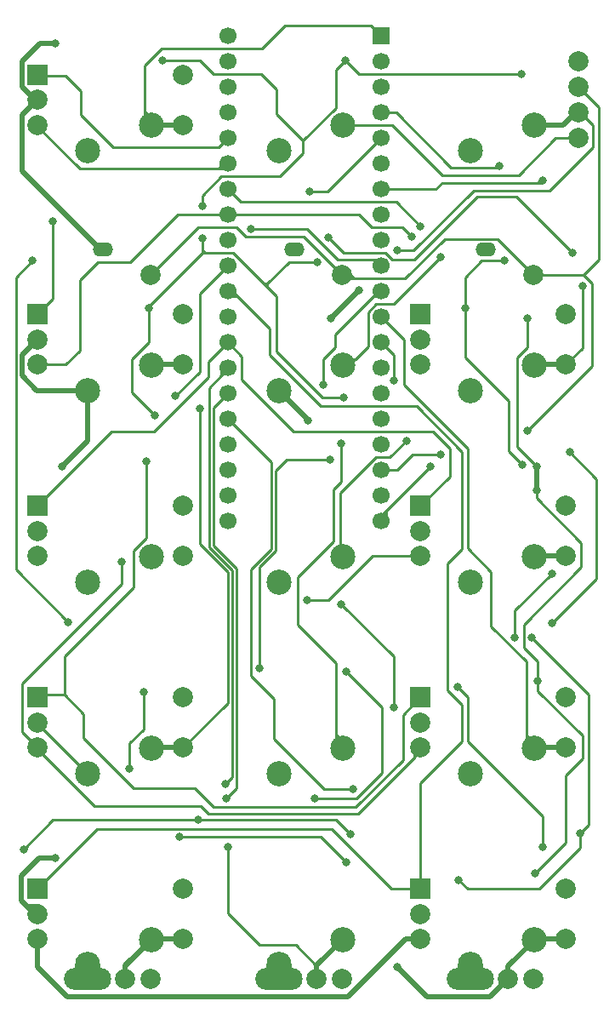
<source format=gbr>
%TF.GenerationSoftware,KiCad,Pcbnew,(6.0.3-11-gdd55ffb75c)*%
%TF.CreationDate,2022-03-17T01:02:22-07:00*%
%TF.ProjectId,keeby cat,6b656562-7920-4636-9174-2e6b69636164,rev?*%
%TF.SameCoordinates,Original*%
%TF.FileFunction,Copper,L1,Top*%
%TF.FilePolarity,Positive*%
%FSLAX46Y46*%
G04 Gerber Fmt 4.6, Leading zero omitted, Abs format (unit mm)*
G04 Created by KiCad (PCBNEW (6.0.3-11-gdd55ffb75c)) date 2022-03-17 01:02:22*
%MOMM*%
%LPD*%
G01*
G04 APERTURE LIST*
%TA.AperFunction,ComponentPad*%
%ADD10R,2.000000X2.000000*%
%TD*%
%TA.AperFunction,ComponentPad*%
%ADD11C,2.000000*%
%TD*%
%TA.AperFunction,ComponentPad*%
%ADD12C,2.500000*%
%TD*%
%TA.AperFunction,ComponentPad*%
%ADD13O,2.500000X3.695000*%
%TD*%
%TA.AperFunction,ComponentPad*%
%ADD14O,4.700000X2.200000*%
%TD*%
%TA.AperFunction,ComponentPad*%
%ADD15O,2.000000X1.400000*%
%TD*%
%TA.AperFunction,ComponentPad*%
%ADD16R,1.700000X1.700000*%
%TD*%
%TA.AperFunction,ComponentPad*%
%ADD17C,1.700000*%
%TD*%
%TA.AperFunction,ViaPad*%
%ADD18C,0.800000*%
%TD*%
%TA.AperFunction,Conductor*%
%ADD19C,0.500000*%
%TD*%
%TA.AperFunction,Conductor*%
%ADD20C,0.250000*%
%TD*%
G04 APERTURE END LIST*
D10*
%TO.P,EN4,A,A*%
%TO.N,ENC3A*%
X65610000Y-106950000D03*
D11*
%TO.P,EN4,B,B*%
%TO.N,ENC3B*%
X65610000Y-111950000D03*
%TO.P,EN4,C,C*%
%TO.N,GND*%
X65610000Y-109450000D03*
%TO.P,EN4,S1,S1*%
%TO.N,KEY5*%
X80110000Y-111950000D03*
%TO.P,EN4,S2,S2*%
%TO.N,GND*%
X80110000Y-106950000D03*
%TD*%
D10*
%TO.P,EN3,A,A*%
%TO.N,ENC2A*%
X103710000Y-87900000D03*
D11*
%TO.P,EN3,B,B*%
%TO.N,ENC2B*%
X103710000Y-92900000D03*
%TO.P,EN3,C,C*%
%TO.N,GND*%
X103710000Y-90400000D03*
%TO.P,EN3,S1,S1*%
%TO.N,KEY4*%
X118210000Y-92900000D03*
%TO.P,EN3,S2,S2*%
%TO.N,GND*%
X118210000Y-87900000D03*
%TD*%
D12*
%TO.P,SW4,1,1*%
%TO.N,KEY4*%
X115020000Y-92940000D03*
%TO.P,SW4,2,2*%
%TO.N,GND*%
X108670000Y-95480000D03*
%TD*%
%TO.P,SW13,1,1*%
%TO.N,KEY13-POT3*%
X115020000Y-150090000D03*
D13*
%TO.P,SW13,2,2*%
%TO.N,GND*%
X108670000Y-153188800D03*
D14*
X108670000Y-153975000D03*
%TD*%
D10*
%TO.P,EN7,A,A*%
%TO.N,ENC4A*%
X103710000Y-126000000D03*
D11*
%TO.P,EN7,B,B*%
%TO.N,ENC4B*%
X103710000Y-131000000D03*
%TO.P,EN7,C,C*%
%TO.N,GND*%
X103710000Y-128500000D03*
%TO.P,EN7,S1,S1*%
%TO.N,KEY10*%
X118210000Y-131000000D03*
%TO.P,EN7,S2,S2*%
%TO.N,GND*%
X118210000Y-126000000D03*
%TD*%
D10*
%TO.P,EN6,A,A*%
%TO.N,ENC4A*%
X65610000Y-126000000D03*
D11*
%TO.P,EN6,B,B*%
%TO.N,ENC4B*%
X65610000Y-131000000D03*
%TO.P,EN6,C,C*%
%TO.N,GND*%
X65610000Y-128500000D03*
%TO.P,EN6,S1,S1*%
%TO.N,KEY8*%
X80110000Y-131000000D03*
%TO.P,EN6,S2,S2*%
%TO.N,GND*%
X80110000Y-126000000D03*
%TD*%
D10*
%TO.P,EN8,A,A*%
%TO.N,ENC5A*%
X65610000Y-145050000D03*
D11*
%TO.P,EN8,B,B*%
%TO.N,ENC5B*%
X65610000Y-150050000D03*
%TO.P,EN8,C,C*%
%TO.N,GND*%
X65610000Y-147550000D03*
%TO.P,EN8,S1,S1*%
%TO.N,KEY11-POT1*%
X80110000Y-150050000D03*
%TO.P,EN8,S2,S2*%
%TO.N,GND*%
X80110000Y-145050000D03*
%TD*%
D12*
%TO.P,SW3,1,1*%
%TO.N,KEY3*%
X95970000Y-92940000D03*
%TO.P,SW3,2,2*%
%TO.N,GND*%
X89620000Y-95480000D03*
%TD*%
D10*
%TO.P,EN9,A,A*%
%TO.N,ENC5A*%
X103710000Y-145050000D03*
D11*
%TO.P,EN9,B,B*%
%TO.N,ENC5B*%
X103710000Y-150050000D03*
%TO.P,EN9,C,C*%
%TO.N,GND*%
X103710000Y-147550000D03*
%TO.P,EN9,S1,S1*%
%TO.N,KEY13-POT3*%
X118210000Y-150050000D03*
%TO.P,EN9,S2,S2*%
%TO.N,GND*%
X118210000Y-145050000D03*
%TD*%
D12*
%TO.P,SW14,1,1*%
%TO.N,SDA-SW*%
X95970000Y-69127500D03*
%TO.P,SW14,2,2*%
%TO.N,GND*%
X89620000Y-71667500D03*
%TD*%
D11*
%TO.P,OL1,1,SDA*%
%TO.N,SDA-SW*%
X119465000Y-70397500D03*
%TO.P,OL1,2,SCL*%
%TO.N,SCL-SW*%
X119465000Y-67857500D03*
%TO.P,OL1,3,VCC*%
%TO.N,+3V3*%
X119465000Y-65317500D03*
%TO.P,OL1,4,GND*%
%TO.N,GND*%
X119465000Y-62777500D03*
%TD*%
D12*
%TO.P,SW9,1,1*%
%TO.N,KEY9*%
X95970000Y-131040000D03*
%TO.P,SW9,2,2*%
%TO.N,GND*%
X89620000Y-133580000D03*
%TD*%
D10*
%TO.P,EN1,A,A*%
%TO.N,ENC1A*%
X65610000Y-64087500D03*
D11*
%TO.P,EN1,B,B*%
%TO.N,ENC1B*%
X65610000Y-69087500D03*
%TO.P,EN1,C,C*%
%TO.N,GND*%
X65610000Y-66587500D03*
%TO.P,EN1,S1,S1*%
%TO.N,KEY1*%
X80110000Y-69087500D03*
%TO.P,EN1,S2,S2*%
%TO.N,GND*%
X80110000Y-64087500D03*
%TD*%
D12*
%TO.P,SW11,1,1*%
%TO.N,KEY11-POT1*%
X76920000Y-150090000D03*
D13*
%TO.P,SW11,2,2*%
%TO.N,GND*%
X70570000Y-153188800D03*
D14*
X70570000Y-153975000D03*
%TD*%
D12*
%TO.P,SW15,1,1*%
%TO.N,SCL-SW*%
X115020000Y-69127500D03*
%TO.P,SW15,2,2*%
%TO.N,GND*%
X108670000Y-71667500D03*
%TD*%
D11*
%TO.P,VR3,1B,1B*%
%TO.N,GND*%
X114960000Y-153975000D03*
%TO.P,VR3,2B,2B*%
%TO.N,KEY13-POT3*%
X112460000Y-153975000D03*
D15*
%TO.P,VR3,3,3*%
%TO.N,GND*%
X110260000Y-81475000D03*
D11*
%TO.P,VR3,3B,3B*%
%TO.N,+3V3*%
X114960000Y-83975000D03*
%TD*%
D12*
%TO.P,SW8,1,1*%
%TO.N,KEY8*%
X76920000Y-131040000D03*
%TO.P,SW8,2,2*%
%TO.N,GND*%
X70570000Y-133580000D03*
%TD*%
D10*
%TO.P,EN5,A,A*%
%TO.N,ENC3A*%
X103710000Y-106950000D03*
D11*
%TO.P,EN5,B,B*%
%TO.N,ENC3B*%
X103710000Y-111950000D03*
%TO.P,EN5,C,C*%
%TO.N,GND*%
X103710000Y-109450000D03*
%TO.P,EN5,S1,S1*%
%TO.N,KEY7*%
X118210000Y-111950000D03*
%TO.P,EN5,S2,S2*%
%TO.N,GND*%
X118210000Y-106950000D03*
%TD*%
D12*
%TO.P,SW12,1,1*%
%TO.N,KEY12-POT2*%
X95970000Y-150090000D03*
D14*
%TO.P,SW12,2,2*%
%TO.N,GND*%
X89620000Y-153975000D03*
D13*
X89620000Y-153188800D03*
%TD*%
D11*
%TO.P,VR1,1B,1B*%
%TO.N,GND*%
X76860000Y-153975000D03*
%TO.P,VR1,2B,2B*%
%TO.N,KEY11-POT1*%
X74360000Y-153975000D03*
D15*
%TO.P,VR1,3,3*%
%TO.N,GND*%
X72160000Y-81475000D03*
D11*
%TO.P,VR1,3B,3B*%
%TO.N,+3V3*%
X76860000Y-83975000D03*
%TD*%
D12*
%TO.P,SW7,1,1*%
%TO.N,KEY7*%
X115020000Y-111990000D03*
%TO.P,SW7,2,2*%
%TO.N,GND*%
X108670000Y-114530000D03*
%TD*%
%TO.P,SW6,1,1*%
%TO.N,KEY6*%
X95970000Y-111990000D03*
%TO.P,SW6,2,2*%
%TO.N,GND*%
X89620000Y-114530000D03*
%TD*%
%TO.P,SW10,1,1*%
%TO.N,KEY10*%
X115020000Y-131040000D03*
%TO.P,SW10,2,2*%
%TO.N,GND*%
X108670000Y-133580000D03*
%TD*%
D10*
%TO.P,EN2,A,A*%
%TO.N,ENC2A*%
X65610000Y-87900000D03*
D11*
%TO.P,EN2,B,B*%
%TO.N,ENC2B*%
X65610000Y-92900000D03*
%TO.P,EN2,C,C*%
%TO.N,GND*%
X65610000Y-90400000D03*
%TO.P,EN2,S1,S1*%
%TO.N,KEY2*%
X80110000Y-92900000D03*
%TO.P,EN2,S2,S2*%
%TO.N,GND*%
X80110000Y-87900000D03*
%TD*%
%TO.P,VR2,1B,1B*%
%TO.N,GND*%
X95910000Y-153975000D03*
%TO.P,VR2,2B,2B*%
%TO.N,KEY12-POT2*%
X93410000Y-153975000D03*
D15*
%TO.P,VR2,3,3*%
%TO.N,GND*%
X91210000Y-81475000D03*
D11*
%TO.P,VR2,3B,3B*%
%TO.N,+3V3*%
X95910000Y-83975000D03*
%TD*%
D12*
%TO.P,SW5,1,1*%
%TO.N,KEY5*%
X76920000Y-111990000D03*
%TO.P,SW5,2,2*%
%TO.N,GND*%
X70570000Y-114530000D03*
%TD*%
%TO.P,SW2,1,1*%
%TO.N,KEY2*%
X76920000Y-92940000D03*
%TO.P,SW2,2,2*%
%TO.N,GND*%
X70570000Y-95480000D03*
%TD*%
%TO.P,SW1,1,1*%
%TO.N,KEY1*%
X76920000Y-69127500D03*
%TO.P,SW1,2,2*%
%TO.N,GND*%
X70570000Y-71667500D03*
%TD*%
D16*
%TO.P,U1,1,PB12*%
%TO.N,KEY1*%
X99780000Y-60237500D03*
D17*
%TO.P,U1,2,PB13*%
%TO.N,KEY2*%
X99780000Y-62777500D03*
%TO.P,U1,3,PB14*%
%TO.N,KEY3*%
X99780000Y-65317500D03*
%TO.P,U1,4,PB15*%
%TO.N,KEY4*%
X99780000Y-67857500D03*
%TO.P,U1,5,PA8*%
%TO.N,KEY5*%
X99780000Y-70397500D03*
%TO.P,U1,6,PA9*%
%TO.N,KEY6*%
X99780000Y-72937500D03*
%TO.P,U1,7,PA10*%
%TO.N,KEY7*%
X99780000Y-75477500D03*
%TO.P,U1,8,PA11*%
%TO.N,unconnected-(U1-Pad8)*%
X99780000Y-78017500D03*
%TO.P,U1,9,PA12*%
%TO.N,unconnected-(U1-Pad9)*%
X99780000Y-80557500D03*
%TO.P,U1,10,PA15*%
%TO.N,KEY8*%
X99780000Y-83097500D03*
%TO.P,U1,11,PB3*%
%TO.N,KEY9*%
X99780000Y-85637500D03*
%TO.P,U1,12,PB4*%
%TO.N,KEY10*%
X99780000Y-88177500D03*
%TO.P,U1,13,PB5*%
%TO.N,ENC3B*%
X99780000Y-90717500D03*
%TO.P,U1,14,PB6*%
%TO.N,SCL-SW*%
X99780000Y-93257500D03*
%TO.P,U1,15,PB7*%
%TO.N,SDA-SW*%
X99780000Y-95797500D03*
%TO.P,U1,16,PB8*%
%TO.N,unconnected-(U1-Pad16)*%
X99780000Y-98337500D03*
%TO.P,U1,17,PB9*%
%TO.N,LED_DATA*%
X99780000Y-100877500D03*
%TO.P,U1,18,5V*%
%TO.N,+5V*%
X99780000Y-103417500D03*
%TO.P,U1,19,GND*%
%TO.N,GND*%
X99780000Y-105957500D03*
%TO.P,U1,20,3V3*%
%TO.N,+3V3*%
X99780000Y-108497500D03*
%TO.P,U1,21,VBat*%
%TO.N,unconnected-(U1-Pad21)*%
X84540000Y-108497500D03*
%TO.P,U1,22,PC13*%
%TO.N,unconnected-(U1-Pad22)*%
X84540000Y-105957500D03*
%TO.P,U1,23,PC14*%
%TO.N,unconnected-(U1-Pad23)*%
X84540000Y-103417500D03*
%TO.P,U1,24,PC15*%
%TO.N,unconnected-(U1-Pad24)*%
X84540000Y-100877500D03*
%TO.P,U1,25,PA0*%
%TO.N,KEY13-POT3*%
X84540000Y-98337500D03*
%TO.P,U1,26,PA1*%
%TO.N,KEY12-POT2*%
X84540000Y-95797500D03*
%TO.P,U1,27,PA2*%
%TO.N,KEY11-POT1*%
X84540000Y-93257500D03*
%TO.P,U1,28,PA3*%
%TO.N,ENC3A*%
X84540000Y-90717500D03*
%TO.P,U1,29,PA4*%
%TO.N,ENC5B*%
X84540000Y-88177500D03*
%TO.P,U1,30,PA5*%
%TO.N,ENC5A*%
X84540000Y-85637500D03*
%TO.P,U1,31,PA6*%
%TO.N,ENC4B*%
X84540000Y-83097500D03*
%TO.P,U1,32,PA7*%
%TO.N,ENC4A*%
X84540000Y-80557500D03*
%TO.P,U1,33,PB0*%
%TO.N,ENC2B*%
X84540000Y-78017500D03*
%TO.P,U1,34,PB1*%
%TO.N,ENC2A*%
X84540000Y-75477500D03*
%TO.P,U1,35,PB10*%
%TO.N,ENC1B*%
X84540000Y-72937500D03*
%TO.P,U1,36,PB11*%
%TO.N,ENC1A*%
X84540000Y-70397500D03*
%TO.P,U1,37,RST*%
%TO.N,unconnected-(U1-Pad37)*%
X84540000Y-67857500D03*
%TO.P,U1,38,3V3*%
%TO.N,unconnected-(U1-Pad38)*%
X84540000Y-65317500D03*
%TO.P,U1,39,GND*%
%TO.N,GND*%
X84540000Y-62777500D03*
%TO.P,U1,40,5V_or_GND*%
%TO.N,unconnected-(U1-Pad40)*%
X84540000Y-60237500D03*
%TD*%
D18*
%TO.N,GND*%
X92541000Y-98464500D03*
X67395000Y-142025500D03*
X68030000Y-103036500D03*
X67395000Y-60999500D03*
%TO.N,+5V*%
X94827000Y-88304500D03*
X97621000Y-85510500D03*
X96351000Y-142406500D03*
X115274000Y-105449500D03*
X78063000Y-62650500D03*
X82000000Y-80354300D03*
X93430000Y-82716500D03*
X76666000Y-87288500D03*
X115147000Y-143549500D03*
X115401000Y-124372500D03*
X82000000Y-77128500D03*
X114385000Y-88304500D03*
X115274000Y-103036500D03*
X77301000Y-97956500D03*
X96097000Y-96178500D03*
X113750000Y-64047500D03*
X105749000Y-101893500D03*
X96224000Y-62650500D03*
X74761000Y-133135500D03*
X76158000Y-125515500D03*
X79714000Y-139866500D03*
%TO.N,+3V3*%
X114385000Y-99480500D03*
X104733000Y-103036500D03*
%TO.N,KEY4*%
X111591000Y-73191500D03*
X119846000Y-85129500D03*
%TO.N,KEY7*%
X115909000Y-74588500D03*
%TO.N,KEY5*%
X92668000Y-75731500D03*
%TO.N,KEY8*%
X81746000Y-97321500D03*
X86826000Y-79414500D03*
%TO.N,KEY3*%
X105749000Y-82208500D03*
%TO.N,KEY6*%
X102320000Y-100496500D03*
%TO.N,KEY9*%
X95843000Y-100750500D03*
X94065000Y-94908500D03*
%TO.N,ENC2B*%
X102828000Y-80176500D03*
%TO.N,ENC2A*%
X103717000Y-79135100D03*
X67141000Y-78652500D03*
%TO.N,ENC3B*%
X101050000Y-94527500D03*
X92414000Y-116371500D03*
%TO.N,ENC4B*%
X73999000Y-112561500D03*
X79333000Y-96051500D03*
%TO.N,ENC4A*%
X76412000Y-102528500D03*
%TO.N,LED_DATA*%
X119592000Y-139580750D03*
X114766000Y-120054500D03*
X107527000Y-144184500D03*
%TO.N,ENC5B*%
X95843000Y-116752500D03*
X101050000Y-127039500D03*
%TO.N,KEY11-POT1*%
X84286000Y-134659500D03*
%TO.N,KEY13-POT3*%
X101416000Y-152826750D03*
X96986000Y-135167500D03*
%TO.N,KEY12-POT2*%
X84540000Y-140882500D03*
X84413000Y-136056500D03*
%TO.N,SCL-SW*%
X101431000Y-81573500D03*
%TO.N,Net-(D1-Pad2)*%
X107400000Y-125007500D03*
X115909000Y-140882500D03*
%TO.N,Net-(D2-Pad2)*%
X116798000Y-118657500D03*
X118576000Y-101639500D03*
%TO.N,Net-(D3-Pad2)*%
X113877000Y-102909500D03*
X112099000Y-82589500D03*
X108162000Y-87288500D03*
%TO.N,Net-(D4-Pad2)*%
X118830000Y-81827500D03*
X116798000Y-113704500D03*
X113115000Y-120054500D03*
X94573000Y-80303500D03*
%TO.N,Net-(D6-Pad2)*%
X94700000Y-102401500D03*
X87715000Y-123102500D03*
%TO.N,Net-(D7-Pad2)*%
X96351000Y-123483500D03*
X93176000Y-136056500D03*
%TO.N,Net-(D8-Pad2)*%
X96732000Y-139612500D03*
X81619000Y-138215500D03*
X64220000Y-141136500D03*
%TO.N,Net-(D12-Pad2)*%
X65109000Y-82589500D03*
X68665000Y-118530500D03*
%TD*%
D19*
%TO.N,GND*%
X64093000Y-62777500D02*
X64093000Y-65317500D01*
X64093000Y-91917000D02*
X65610000Y-90400000D01*
X70570000Y-95480000D02*
X65553500Y-95480000D01*
X64093000Y-68104500D02*
X64093000Y-73708000D01*
X64601000Y-146851500D02*
X65744000Y-146851500D01*
X64093000Y-65317500D02*
X65363000Y-66587500D01*
X63966000Y-146216500D02*
X63966000Y-143803500D01*
X65363000Y-66587500D02*
X65610000Y-66587500D01*
X63966000Y-143803500D02*
X65744000Y-142025500D01*
X70570000Y-100496500D02*
X68030000Y-103036500D01*
D20*
X65610000Y-128620000D02*
X65610000Y-128500000D01*
D19*
X92604498Y-98464498D02*
X92667999Y-98464498D01*
X64093000Y-73708000D02*
X71860000Y-81475000D01*
D20*
X70570000Y-133580000D02*
X65610000Y-128620000D01*
D19*
X67395000Y-60999500D02*
X65871000Y-60999500D01*
X64093000Y-94019500D02*
X64093000Y-91917000D01*
X65744000Y-142025500D02*
X67395000Y-142025500D01*
X89620000Y-95480000D02*
X92604498Y-98464498D01*
X65610000Y-66587500D02*
X64093000Y-68104500D01*
X65299500Y-147550000D02*
X64601000Y-146851500D01*
X65871000Y-60999500D02*
X64093000Y-62777500D01*
X65744000Y-146851500D02*
X65871000Y-146978500D01*
X65610000Y-147550000D02*
X65299500Y-147550000D01*
X70570000Y-95480000D02*
X70570000Y-100496500D01*
D20*
X92667997Y-98464500D02*
X92541000Y-98464500D01*
D19*
X65553500Y-95480000D02*
X64093000Y-94019500D01*
X64601000Y-146851500D02*
X63966000Y-146216500D01*
D20*
X92667999Y-98464498D02*
X92667997Y-98464500D01*
%TO.N,+5V*%
X83905000Y-74207500D02*
X82000000Y-76112500D01*
X92033000Y-70651500D02*
X89366000Y-67984500D01*
X115401000Y-124372500D02*
X115401000Y-122467500D01*
X114385000Y-88304500D02*
X114385000Y-91174746D01*
X76666000Y-87288500D02*
X76666000Y-90712619D01*
X89366000Y-86145500D02*
X89366000Y-91606500D01*
X92033000Y-71921500D02*
X89747000Y-74207500D01*
X119719000Y-113069500D02*
X119719000Y-110656500D01*
X82000000Y-81573500D02*
X82254000Y-81827500D01*
X113345796Y-92213950D02*
X113345796Y-101108296D01*
X97621000Y-64047500D02*
X113750000Y-64047500D01*
X115274000Y-106211500D02*
X115274000Y-105449500D01*
X93811000Y-139866500D02*
X79714000Y-139866500D01*
X89366000Y-67984500D02*
X89366000Y-65571500D01*
X89366000Y-91606500D02*
X93938000Y-96178500D01*
X101431000Y-103417500D02*
X102955000Y-101893500D01*
X75000000Y-95655500D02*
X77301000Y-97956500D01*
X115401000Y-125388500D02*
X119846000Y-129833500D01*
X88477000Y-84875500D02*
X90636000Y-82716500D01*
X88477000Y-84875500D02*
X88096000Y-84875500D01*
X76158000Y-129198500D02*
X76158000Y-125515500D01*
X102955000Y-101893500D02*
X105749000Y-101893500D01*
X118195000Y-133770500D02*
X118195000Y-140501500D01*
X95320000Y-67364500D02*
X95320000Y-63554500D01*
X99780000Y-103417500D02*
X101431000Y-103417500D01*
X75000000Y-92378619D02*
X75000000Y-95655500D01*
X89747000Y-74207500D02*
X83905000Y-74207500D01*
X76666000Y-90712619D02*
X75000000Y-92378619D01*
X82000000Y-76112500D02*
X82000000Y-77128500D01*
X85048000Y-81827500D02*
X89366000Y-86145500D01*
X88477000Y-84875500D02*
X88477000Y-85256500D01*
X81746000Y-62650500D02*
X78063000Y-62650500D01*
X92033000Y-70651500D02*
X92033000Y-71921500D01*
X119846000Y-132119500D02*
X118195000Y-133770500D01*
X76666000Y-87161500D02*
X76666000Y-87288500D01*
X119846000Y-129833500D02*
X119846000Y-132119500D01*
X74761000Y-130595500D02*
X76158000Y-129198500D01*
X82000000Y-81827500D02*
X76666000Y-87161500D01*
X118195000Y-140501500D02*
X115147000Y-143549500D01*
X93938000Y-96178500D02*
X96097000Y-96178500D01*
X96224000Y-62650500D02*
X97621000Y-64047500D01*
X114004000Y-121070500D02*
X114004000Y-118784500D01*
X88286500Y-85066000D02*
X88477000Y-84875500D01*
D19*
X115274000Y-105449500D02*
X115274000Y-103036500D01*
D20*
X82000000Y-81827500D02*
X82000000Y-81573500D01*
D19*
X94827000Y-88304500D02*
X97621000Y-85510500D01*
D20*
X92033000Y-70651500D02*
X95320000Y-67364500D01*
X83143000Y-64047500D02*
X81746000Y-62650500D01*
X82000000Y-81573500D02*
X82000000Y-80354300D01*
X90636000Y-82716500D02*
X93430000Y-82716500D01*
X115401000Y-122467500D02*
X114004000Y-121070500D01*
X114385000Y-91174746D02*
X113345796Y-92213950D01*
X119719000Y-110656500D02*
X115274000Y-106211500D01*
X115401000Y-124372500D02*
X115401000Y-125388500D01*
X82000000Y-81827500D02*
X85048000Y-81827500D01*
X113345796Y-101108296D02*
X115274000Y-103036500D01*
X89366000Y-65571500D02*
X87842000Y-64047500D01*
X95320000Y-63554500D02*
X96224000Y-62650500D01*
X87842000Y-64047500D02*
X83143000Y-64047500D01*
X96351000Y-142406500D02*
X93811000Y-139866500D01*
X114004000Y-118784500D02*
X119719000Y-113069500D01*
X74761000Y-133135500D02*
X74761000Y-130595500D01*
%TO.N,+3V3*%
X100288000Y-107481500D02*
X100288000Y-108243500D01*
X96302500Y-84367500D02*
X102184250Y-84367500D01*
X120811200Y-84824700D02*
X120811200Y-93054300D01*
X86318000Y-80176500D02*
X92111500Y-80176500D01*
X95910000Y-83975000D02*
X96302500Y-84367500D01*
X119961500Y-83975000D02*
X114960000Y-83975000D01*
X119465000Y-65317500D02*
X121497000Y-67349500D01*
X111415500Y-80430500D02*
X114960000Y-83975000D01*
X99780000Y-107989500D02*
X99780000Y-108497500D01*
X85397250Y-79255750D02*
X86318000Y-80176500D01*
X102184250Y-84367500D02*
X106121250Y-80430500D01*
X121497000Y-67349500D02*
X121497000Y-82439500D01*
X121497000Y-82439500D02*
X119961500Y-83975000D01*
X106121250Y-80430500D02*
X111415500Y-80430500D01*
X104733000Y-103036500D02*
X100288000Y-107481500D01*
X95910000Y-83975000D02*
X96720500Y-83975000D01*
X96720500Y-83975000D02*
X97113000Y-84367500D01*
X76860000Y-83975000D02*
X81579250Y-79255750D01*
X120811200Y-93054300D02*
X114385000Y-99480500D01*
X81579250Y-79255750D02*
X85397250Y-79255750D01*
X92111500Y-80176500D02*
X95910000Y-83975000D01*
X100288000Y-107481500D02*
X99780000Y-107989500D01*
X119961500Y-83975000D02*
X120811200Y-84824700D01*
D19*
%TO.N,KEY1*%
X76920000Y-69127500D02*
X80070000Y-69127500D01*
D20*
X90255000Y-59221500D02*
X98764000Y-59221500D01*
X76285000Y-67730500D02*
X76920000Y-68365500D01*
X76285000Y-68492500D02*
X76285000Y-67730500D01*
X76285000Y-63158500D02*
X77936000Y-61507500D01*
X76920000Y-68365500D02*
X76920000Y-68746500D01*
X87969000Y-61507500D02*
X90255000Y-59221500D01*
X77936000Y-61507500D02*
X87969000Y-61507500D01*
X98764000Y-59221500D02*
X99780000Y-60237500D01*
X76285000Y-67730500D02*
X76285000Y-63158500D01*
X76920000Y-69127500D02*
X76285000Y-68492500D01*
%TO.N,KEY4*%
X106765000Y-73318500D02*
X111464000Y-73318500D01*
X101304000Y-67857500D02*
X106765000Y-73318500D01*
X99780000Y-67857500D02*
X101304000Y-67857500D01*
X119846000Y-91264000D02*
X119846000Y-85129500D01*
D19*
X118210000Y-92900000D02*
X115060000Y-92900000D01*
D20*
X111464000Y-73318500D02*
X111591000Y-73191500D01*
X118210000Y-92900000D02*
X119846000Y-91264000D01*
%TO.N,KEY7*%
X115401000Y-74842500D02*
X115655000Y-74588500D01*
X115782000Y-74588500D02*
X115528000Y-74842500D01*
X105241000Y-75477500D02*
X105876000Y-74842500D01*
X115782000Y-74588500D02*
X116036000Y-74588500D01*
X105876000Y-74842500D02*
X115909000Y-74842500D01*
X99780000Y-75477500D02*
X105241000Y-75477500D01*
X115655000Y-74842500D02*
X115909000Y-74588500D01*
D19*
X118210000Y-111950000D02*
X115060000Y-111950000D01*
%TO.N,KEY2*%
X80110000Y-92900000D02*
X76960000Y-92900000D01*
D20*
%TO.N,KEY5*%
X99780000Y-70397500D02*
X94446000Y-75731500D01*
X94446000Y-75731500D02*
X92668000Y-75731500D01*
%TO.N,KEY8*%
X80110000Y-131000000D02*
X84540000Y-126570000D01*
D19*
X80110000Y-131000000D02*
X76960000Y-131000000D01*
D20*
X81746000Y-110784908D02*
X81746000Y-97321500D01*
X99018000Y-82462500D02*
X99526000Y-82970500D01*
X99780000Y-83097500D02*
X99145000Y-82462500D01*
X84540000Y-126570000D02*
X84540000Y-113578908D01*
X95462000Y-82462500D02*
X99907000Y-82462500D01*
X84540000Y-113578908D02*
X81746000Y-110784908D01*
X92414000Y-79414500D02*
X86826000Y-79414500D01*
X95462000Y-82462500D02*
X92414000Y-79414500D01*
%TO.N,KEY3*%
X96160500Y-92940000D02*
X96732000Y-92368500D01*
X95970000Y-92940000D02*
X96160500Y-92749500D01*
X95970000Y-92940000D02*
X96160500Y-92940000D01*
X98524521Y-87709099D02*
X99326120Y-86907500D01*
X97240000Y-92368500D02*
X96478000Y-92368500D01*
X96859000Y-92749500D02*
X97240000Y-92368500D01*
X97240000Y-92368500D02*
X98524521Y-91083979D01*
X99326120Y-86907500D02*
X101050000Y-86907500D01*
X101050000Y-86907500D02*
X105749000Y-82208500D01*
X98524521Y-91083979D02*
X98524521Y-87709099D01*
%TO.N,KEY6*%
X95716000Y-111736000D02*
X95716000Y-105694750D01*
X95716000Y-105694750D02*
X99257000Y-102153750D01*
X100662750Y-102153750D02*
X102320000Y-100496500D01*
X95970000Y-111990000D02*
X95716000Y-111736000D01*
X99257000Y-102153750D02*
X100662750Y-102153750D01*
%TO.N,KEY9*%
X95955000Y-130347750D02*
X95955000Y-130474750D01*
X95970000Y-131040000D02*
X95320000Y-130390000D01*
X99272000Y-85637500D02*
X99780000Y-85637500D01*
X99018000Y-86145500D02*
X99526000Y-85637500D01*
X95081000Y-110529500D02*
X95081000Y-105322500D01*
X99018000Y-86145500D02*
X99780000Y-86145500D01*
X91525000Y-118784500D02*
X91525000Y-114085500D01*
X95320000Y-129712750D02*
X95955000Y-130347750D01*
X95081000Y-105322500D02*
X95843000Y-104560500D01*
X91525000Y-114085500D02*
X95081000Y-110529500D01*
X95208000Y-91225500D02*
X95208000Y-89955500D01*
X95208000Y-89955500D02*
X99018000Y-86145500D01*
X94065000Y-94908500D02*
X94065000Y-92368500D01*
X95320000Y-122579500D02*
X91525000Y-118784500D01*
X95320000Y-129712750D02*
X95320000Y-122579500D01*
X95843000Y-104560500D02*
X95843000Y-100750500D01*
X94065000Y-92368500D02*
X95208000Y-91225500D01*
X95320000Y-130390000D02*
X95320000Y-129712750D01*
%TO.N,ENC1B*%
X83651000Y-73445500D02*
X84159000Y-72937500D01*
X84540000Y-72937500D02*
X84286000Y-72937500D01*
X69808000Y-73445500D02*
X84159000Y-73445500D01*
X69808000Y-73445500D02*
X65610000Y-69247500D01*
X65610000Y-69247500D02*
X65610000Y-69087500D01*
%TO.N,ENC1A*%
X84540000Y-70397500D02*
X83651000Y-71286500D01*
X73110000Y-71286500D02*
X69935000Y-68111500D01*
X83651000Y-71286500D02*
X73110000Y-71286500D01*
X65697000Y-64174500D02*
X65610000Y-64087500D01*
X69935000Y-65698500D02*
X68411000Y-64174500D01*
X69935000Y-68111500D02*
X69935000Y-65698500D01*
X68411000Y-64174500D02*
X65697000Y-64174500D01*
%TO.N,ENC2B*%
X69793000Y-91494500D02*
X69793000Y-84509500D01*
X101938999Y-79287499D02*
X102828000Y-80176500D01*
X71586000Y-82716500D02*
X74841250Y-82716500D01*
X98865599Y-79287499D02*
X101938999Y-79287499D01*
X65610000Y-92900000D02*
X68387500Y-92900000D01*
X84540000Y-78017500D02*
X97595600Y-78017500D01*
X79540250Y-78017500D02*
X84540000Y-78017500D01*
X69793000Y-84509500D02*
X71586000Y-82716500D01*
X74841250Y-82716500D02*
X79540250Y-78017500D01*
X68387500Y-92900000D02*
X69793000Y-91494500D01*
X97595600Y-78017500D02*
X98865599Y-79287499D01*
%TO.N,ENC2A*%
X84540000Y-75477500D02*
X85810000Y-76747500D01*
X101329400Y-76747500D02*
X103717000Y-79135100D01*
X85810000Y-76747500D02*
X101329400Y-76747500D01*
X65610000Y-87900000D02*
X67141000Y-86369000D01*
X67141000Y-86369000D02*
X67141000Y-78652500D01*
%TO.N,ENC3B*%
X98994500Y-111950000D02*
X94573000Y-116371500D01*
X94573000Y-116371500D02*
X92414000Y-116371500D01*
X99780000Y-90717500D02*
X101050000Y-91987500D01*
X103710000Y-111950000D02*
X98994500Y-111950000D01*
X101050000Y-91987500D02*
X101050000Y-94527500D01*
%TO.N,ENC3A*%
X85937000Y-94448125D02*
X91096375Y-99607500D01*
X65610000Y-106950000D02*
X72952500Y-99607500D01*
X106638000Y-104022000D02*
X103710000Y-106950000D01*
X82635000Y-92622500D02*
X84540000Y-90717500D01*
X82635000Y-94146500D02*
X82635000Y-92622500D01*
X77174000Y-99607500D02*
X82635000Y-94146500D01*
X72952500Y-99607500D02*
X77174000Y-99607500D01*
X85937000Y-92114500D02*
X85937000Y-94448125D01*
X106638000Y-101258500D02*
X106638000Y-104022000D01*
X84540000Y-90717500D02*
X85937000Y-92114500D01*
X91096375Y-99607500D02*
X104987000Y-99607500D01*
X104987000Y-99607500D02*
X106638000Y-101258500D01*
%TO.N,ENC4B*%
X103082000Y-131995000D02*
X97496500Y-137580500D01*
X81746000Y-85891500D02*
X81746000Y-93638500D01*
X84540000Y-83097500D02*
X81746000Y-85891500D01*
X73999000Y-114720500D02*
X73999000Y-112561500D01*
X82635000Y-137580500D02*
X81873000Y-136818500D01*
X64093000Y-124626500D02*
X73999000Y-114720500D01*
X65610000Y-131142000D02*
X65610000Y-131000000D01*
X65610000Y-131000000D02*
X64093000Y-129483000D01*
X81746000Y-93638500D02*
X79333000Y-96051500D01*
X103082000Y-131992500D02*
X103082000Y-131995000D01*
X81873000Y-136818500D02*
X71286500Y-136818500D01*
X64093000Y-129483000D02*
X64093000Y-124626500D01*
X103710000Y-131364500D02*
X103082000Y-131992500D01*
X71286500Y-136818500D02*
X65610000Y-131142000D01*
X103082000Y-131992500D02*
X103082000Y-131230500D01*
X103710000Y-131000000D02*
X103710000Y-131364500D01*
X97496500Y-137580500D02*
X82635000Y-137580500D01*
%TO.N,ENC4A*%
X75142000Y-115101500D02*
X75142000Y-111418500D01*
X81265091Y-135067239D02*
X83143352Y-136945500D01*
X101981000Y-132268537D02*
X101981000Y-127729000D01*
X68284000Y-121959500D02*
X75142000Y-115101500D01*
X68284000Y-125769500D02*
X68284000Y-121959500D01*
X76412000Y-110148500D02*
X76412000Y-102528500D01*
X70189000Y-130087500D02*
X75168739Y-135067239D01*
X68284000Y-125769500D02*
X65840500Y-125769500D01*
X70189000Y-127674500D02*
X70189000Y-130087500D01*
X68284000Y-125769500D02*
X70189000Y-127674500D01*
X75168739Y-135067239D02*
X81265091Y-135067239D01*
X101981000Y-127729000D02*
X103710000Y-126000000D01*
X75142000Y-111418500D02*
X76412000Y-110148500D01*
X83143352Y-136945500D02*
X97304037Y-136945500D01*
X97304037Y-136945500D02*
X101981000Y-132268537D01*
X65840500Y-125769500D02*
X65610000Y-126000000D01*
%TO.N,LED_DATA*%
X115528000Y-145073500D02*
X108416000Y-145073500D01*
X120481000Y-138691750D02*
X120481000Y-125769500D01*
X119592000Y-139580750D02*
X119592000Y-141009500D01*
X119592000Y-141009500D02*
X115528000Y-145073500D01*
X119592000Y-139580750D02*
X120481000Y-138691750D01*
X120481000Y-125769500D02*
X114766000Y-120054500D01*
X108416000Y-145073500D02*
X107527000Y-144184500D01*
%TO.N,ENC5A*%
X85429000Y-86145500D02*
X84667000Y-86145500D01*
X84984500Y-85637500D02*
X85460750Y-86113750D01*
X94890500Y-139104500D02*
X100836000Y-145050000D01*
X88716000Y-91972500D02*
X93811000Y-97067500D01*
X106384000Y-125340875D02*
X107839490Y-126796365D01*
X88716000Y-89369000D02*
X88716000Y-91972500D01*
X107839490Y-126796365D02*
X107839490Y-130410010D01*
X103710000Y-134539500D02*
X103710000Y-145050000D01*
X100836000Y-145050000D02*
X103710000Y-145050000D01*
X103336000Y-97067500D02*
X107849511Y-101581011D01*
X71555500Y-139104500D02*
X94890500Y-139104500D01*
X107849511Y-101581011D02*
X107849511Y-111222989D01*
X85460750Y-86113750D02*
X85429000Y-86145500D01*
X107839490Y-130410010D02*
X103710000Y-134539500D01*
X85460750Y-86113750D02*
X88716000Y-89369000D01*
X84540000Y-85637500D02*
X84984500Y-85637500D01*
X107849511Y-111222989D02*
X106384000Y-112688500D01*
X65610000Y-145050000D02*
X71555500Y-139104500D01*
X106384000Y-112688500D02*
X106384000Y-125340875D01*
X93811000Y-97067500D02*
X103336000Y-97067500D01*
D19*
%TO.N,ENC5B*%
X68604250Y-155829000D02*
X96508750Y-155829000D01*
X102287750Y-150050000D02*
X103710000Y-150050000D01*
D20*
X101050000Y-127039500D02*
X101050000Y-121959500D01*
D19*
X65610000Y-150050000D02*
X65610000Y-152834750D01*
X96508750Y-155829000D02*
X102287750Y-150050000D01*
D20*
X101050000Y-121959500D02*
X95843000Y-116752500D01*
D19*
X65610000Y-152834750D02*
X68604250Y-155829000D01*
D20*
%TO.N,KEY10*%
X110739499Y-118948999D02*
X114258000Y-122467500D01*
X108416000Y-111185750D02*
X110739499Y-113509249D01*
X102066000Y-90463500D02*
X102066000Y-94908500D01*
X108416000Y-101258500D02*
X108416000Y-111185750D01*
X99780000Y-88177500D02*
X102066000Y-90463500D01*
X115020000Y-130532000D02*
X114258000Y-129770000D01*
D19*
X118210000Y-131000000D02*
X115060000Y-131000000D01*
D20*
X102066000Y-94908500D02*
X108416000Y-101258500D01*
X114258000Y-122467500D02*
X114258000Y-130278000D01*
X110739499Y-113509249D02*
X110739499Y-118948999D01*
%TO.N,KEY11-POT1*%
X84540000Y-93384500D02*
X83905000Y-94019500D01*
X76920000Y-150145000D02*
X76920000Y-150090000D01*
X82678490Y-95246010D02*
X82678490Y-111081694D01*
X83905000Y-94019500D02*
X83905000Y-93384500D01*
X84540000Y-93257500D02*
X84540000Y-93384500D01*
X83905000Y-94019500D02*
X82678490Y-95246010D01*
X82678490Y-111081694D02*
X84989511Y-113392715D01*
D19*
X74360000Y-152650000D02*
X76920000Y-150090000D01*
X80110000Y-150050000D02*
X76960000Y-150050000D01*
X76920000Y-150145000D02*
X74360000Y-152705000D01*
D20*
X84989511Y-113392715D02*
X84989511Y-133955989D01*
X84989511Y-133955989D02*
X84286000Y-134659500D01*
D19*
X74360000Y-153975000D02*
X74360000Y-152650000D01*
%TO.N,KEY13-POT3*%
X112460000Y-153975000D02*
X110606000Y-155829000D01*
D20*
X94096750Y-135167500D02*
X96986000Y-135167500D01*
X84540000Y-98337500D02*
X88858000Y-102655500D01*
D19*
X110606000Y-155829000D02*
X104418250Y-155829000D01*
D20*
X89112000Y-126150500D02*
X89112000Y-130182750D01*
D19*
X104418250Y-155829000D02*
X101416000Y-152826750D01*
X112460000Y-152780000D02*
X112460000Y-153975000D01*
D20*
X86826000Y-113259648D02*
X86826000Y-123864500D01*
X88858000Y-102655500D02*
X88858000Y-111227648D01*
X88858000Y-111227648D02*
X86826000Y-113259648D01*
D19*
X112460000Y-152780000D02*
X115020000Y-150220000D01*
D20*
X89112000Y-130182750D02*
X94096750Y-135167500D01*
X86826000Y-123864500D02*
X89112000Y-126150500D01*
X115020000Y-150220000D02*
X115020000Y-150090000D01*
D19*
X118210000Y-150050000D02*
X115060000Y-150050000D01*
%TO.N,KEY12-POT2*%
X95970000Y-150090000D02*
X93410000Y-152650000D01*
D20*
X84540000Y-95797500D02*
X83128000Y-97209500D01*
X85439022Y-135030478D02*
X84413000Y-136056500D01*
D19*
X93410000Y-152650000D02*
X93410000Y-153975000D01*
D20*
X83128000Y-97209500D02*
X83128000Y-110895500D01*
X84540000Y-147497125D02*
X84540000Y-140882500D01*
X87710625Y-150667750D02*
X84540000Y-147497125D01*
X93410000Y-152705000D02*
X91372750Y-150667750D01*
X83128000Y-110895500D02*
X85439022Y-113206522D01*
X91372750Y-150667750D02*
X87710625Y-150667750D01*
X85439022Y-113206522D02*
X85439022Y-135030478D01*
%TO.N,SDA-SW*%
X117179000Y-70397500D02*
X119465000Y-70397500D01*
X95970000Y-69127500D02*
X100923000Y-69127500D01*
X100923000Y-69127500D02*
X105876000Y-74080500D01*
X105876000Y-74080500D02*
X113496000Y-74080500D01*
X113496000Y-74080500D02*
X117179000Y-70397500D01*
%TO.N,SCL-SW*%
X119465000Y-67857500D02*
X119592000Y-67857500D01*
X120862000Y-71286500D02*
X116544000Y-75604500D01*
X120862000Y-69127500D02*
X120862000Y-71286500D01*
D19*
X119211000Y-67857500D02*
X117941000Y-69127500D01*
D20*
X103050954Y-81573500D02*
X101431000Y-81573500D01*
X109019954Y-75604500D02*
X103050954Y-81573500D01*
D19*
X117941000Y-69127500D02*
X115020000Y-69127500D01*
D20*
X116544000Y-75604500D02*
X109019954Y-75604500D01*
D19*
X119465000Y-67857500D02*
X119211000Y-67857500D01*
D20*
X119592000Y-67857500D02*
X120862000Y-69127500D01*
%TO.N,Net-(D1-Pad2)*%
X108416000Y-126023500D02*
X107400000Y-125007500D01*
X108416000Y-130362750D02*
X108416000Y-126023500D01*
X115909000Y-140882500D02*
X115909000Y-137855750D01*
X115909000Y-137855750D02*
X108416000Y-130362750D01*
%TO.N,Net-(D2-Pad2)*%
X118576000Y-101639500D02*
X121243000Y-104306500D01*
X121243000Y-104306500D02*
X121243000Y-114212500D01*
X121243000Y-114212500D02*
X116798000Y-118657500D01*
%TO.N,Net-(D3-Pad2)*%
X109813000Y-82589500D02*
X112099000Y-82589500D01*
X112480000Y-96559500D02*
X112480000Y-101512500D01*
X108162000Y-87288500D02*
X108162000Y-84240500D01*
X108162000Y-92241500D02*
X112480000Y-96559500D01*
X112480000Y-101512500D02*
X113877000Y-102909500D01*
X108162000Y-84240500D02*
X109813000Y-82589500D01*
X108162000Y-87288500D02*
X108162000Y-92241500D01*
%TO.N,Net-(D4-Pad2)*%
X100923000Y-82462500D02*
X103125250Y-82462500D01*
X113242000Y-76239500D02*
X118830000Y-81827500D01*
X94573000Y-80303500D02*
X96065250Y-81795750D01*
X103125250Y-82462500D02*
X109348250Y-76239500D01*
X100256250Y-81795750D02*
X100923000Y-82462500D01*
X116798000Y-113704500D02*
X113115000Y-117387500D01*
X96065250Y-81795750D02*
X100256250Y-81795750D01*
X109348250Y-76239500D02*
X113242000Y-76239500D01*
X113115000Y-117387500D02*
X113115000Y-120054500D01*
%TO.N,Net-(D6-Pad2)*%
X87715000Y-123102500D02*
X87715000Y-113006352D01*
X87715000Y-113006352D02*
X89307510Y-111413842D01*
X89307510Y-111413842D02*
X89307510Y-103475990D01*
X89307510Y-103475990D02*
X90382000Y-102401500D01*
X90382000Y-102401500D02*
X94700000Y-102401500D01*
%TO.N,Net-(D7-Pad2)*%
X99907000Y-127039500D02*
X96351000Y-123483500D01*
X97367000Y-136056500D02*
X99907000Y-133516500D01*
X99907000Y-133516500D02*
X99907000Y-127039500D01*
X93176000Y-136056500D02*
X97367000Y-136056500D01*
%TO.N,Net-(D8-Pad2)*%
X67141000Y-138215500D02*
X64220000Y-141136500D01*
X81619000Y-138215500D02*
X67141000Y-138215500D01*
X95335000Y-138215500D02*
X96732000Y-139612500D01*
X81619000Y-138215500D02*
X95335000Y-138215500D01*
%TO.N,Net-(D12-Pad2)*%
X63458000Y-113323500D02*
X68665000Y-118530500D01*
X65109000Y-82589500D02*
X63458000Y-84240500D01*
X63458000Y-84240500D02*
X63458000Y-113323500D01*
%TD*%
M02*

</source>
